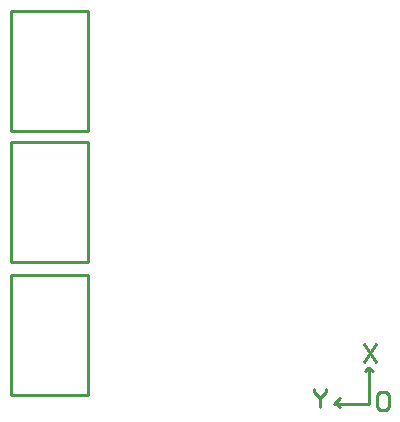
<source format=gto>
%FSLAX25Y25*%
%MOIN*%
G70*
G01*
G75*
%ADD10R,0.11811X0.03937*%
%ADD11R,0.11811X0.05906*%
%ADD12R,0.03150X0.03543*%
%ADD13C,0.01000*%
%ADD14C,0.06000*%
%ADD15C,0.07874*%
%ADD16C,0.15748*%
D13*
X110937Y3862D02*
X112150Y2650D01*
X110437Y3862D02*
X110937D01*
X110437D02*
Y3937D01*
X110862D01*
X110437D02*
X112150Y5650D01*
X110236Y3937D02*
X110437D01*
X110236D02*
X110437D01*
X122051Y15748D02*
X123150Y14650D01*
X122047Y15748D02*
X122051D01*
X120650Y14650D02*
X121748Y15748D01*
X122047D01*
Y3937D02*
Y15748D01*
X110236Y3937D02*
X122047D01*
X2650Y6650D02*
Y46650D01*
Y6650D02*
X28150D01*
Y46650D01*
X2650D02*
X28150D01*
X2650Y51150D02*
Y91150D01*
Y51150D02*
X28150D01*
Y91150D01*
X2650D02*
X28150D01*
X2650Y94650D02*
Y134650D01*
Y94650D02*
X28150D01*
Y134650D01*
X2650D02*
X28150D01*
X124650Y6648D02*
X125649Y7648D01*
X127649D01*
X128648Y6648D01*
Y2649D01*
X127649Y1650D01*
X125649D01*
X124650Y2649D01*
Y6648D01*
X103650Y8648D02*
Y7648D01*
X105649Y5649D01*
X107648Y7648D01*
Y8648D01*
X105649Y5649D02*
Y2650D01*
X120150Y23648D02*
X124148Y17650D01*
Y23648D02*
X120150Y17650D01*
M02*

</source>
